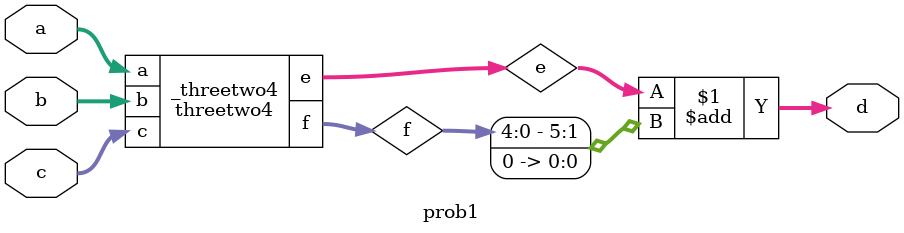
<source format=v>
`timescale 10ps/1ps

module threetwo (
    a,
    b,
    c,
    e,
    f
);
    input  a;
    input  b;
    input  c;
    output e;
    output f;
    assign e = a ^ b ^ c;
    assign f = (a & b) | (b & c) | (a & c);

endmodule

module threetwo4(
    a, 
    b, 
    c,
    e,
    f
    );

    // input interface
    input [3:0]     a;
    input [3:0]     b;
    input [3:0]     c;
    // output interface
    output [4:0]    e;
    output [4:0]    f;

    reg [3:0]      _b;

    //----- main

    threetwo num00 (.a(a[0]),  .b(0),  .c(0),  .e(e[0]),  .f(f[0]));
    threetwo num01 (.a(a[1]),  .b(_b[0]),  .c(c[0]),  .e(e[1]),  .f(f[1]));
    threetwo num02 (.a(a[2]),  .b(_b[1]),  .c(c[1]),  .e(e[2]),  .f(f[2]));
    threetwo num03 (.a(a[3]),  .b(_b[2]),  .c(c[2]),  .e(e[3]),  .f(f[3]));
    threetwo num04 (.a(0),  .b(_b[3]),  .c(c[3]),  .e(e[4]),  .f(f[4]));

    always @(*) begin
        if (b[3] == 1'b1) begin
            _b = ~{1'b0, b[2:0]} + 1'b1;
        end
        else begin
            _b = b;
        end
        // $write("b: %b ", b);
        // $write("_b: %b\n", _b);
    end
endmodule

module prob1(
    a, 
    b, 
    c,
    d
    );

    // input interface
    input [3:0]     a;
    input [3:0]     b;
    input [3:0]     c;
    // output interface
    output [5:0]    d;

    wire [4:0]       e;
    wire [4:0]       f;
    //----- main
    threetwo4 _threetwo4(
        .a(a),
        .b(b),
        .c(c),
        .e(e),
        .f(f)
    );
    assign d = e + {f, 1'b0}; 
endmodule

</source>
